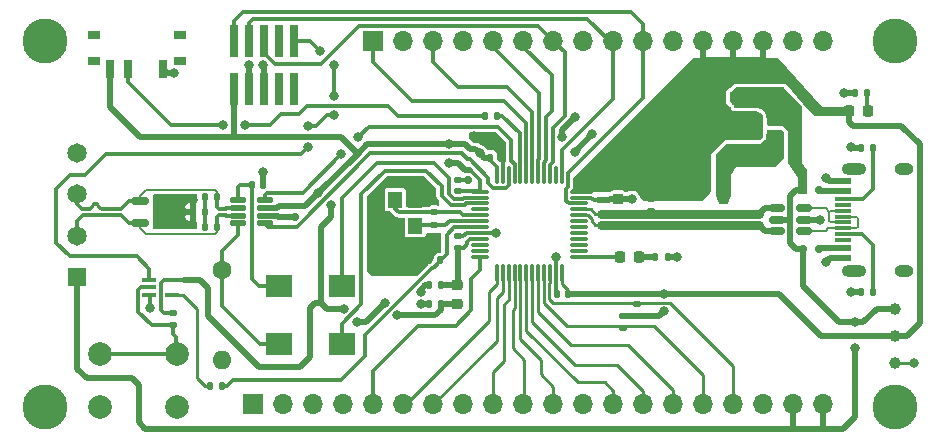
<source format=gbr>
%TF.GenerationSoftware,KiCad,Pcbnew,7.0.5-0*%
%TF.CreationDate,2024-02-18T02:25:47-06:00*%
%TF.ProjectId,STM32_BluePill,53544d33-325f-4426-9c75-6550696c6c2e,1*%
%TF.SameCoordinates,Original*%
%TF.FileFunction,Copper,L1,Top*%
%TF.FilePolarity,Positive*%
%FSLAX46Y46*%
G04 Gerber Fmt 4.6, Leading zero omitted, Abs format (unit mm)*
G04 Created by KiCad (PCBNEW 7.0.5-0) date 2024-02-18 02:25:47*
%MOMM*%
%LPD*%
G01*
G04 APERTURE LIST*
G04 Aperture macros list*
%AMRoundRect*
0 Rectangle with rounded corners*
0 $1 Rounding radius*
0 $2 $3 $4 $5 $6 $7 $8 $9 X,Y pos of 4 corners*
0 Add a 4 corners polygon primitive as box body*
4,1,4,$2,$3,$4,$5,$6,$7,$8,$9,$2,$3,0*
0 Add four circle primitives for the rounded corners*
1,1,$1+$1,$2,$3*
1,1,$1+$1,$4,$5*
1,1,$1+$1,$6,$7*
1,1,$1+$1,$8,$9*
0 Add four rect primitives between the rounded corners*
20,1,$1+$1,$2,$3,$4,$5,0*
20,1,$1+$1,$4,$5,$6,$7,0*
20,1,$1+$1,$6,$7,$8,$9,0*
20,1,$1+$1,$8,$9,$2,$3,0*%
G04 Aperture macros list end*
%TA.AperFunction,SMDPad,CuDef*%
%ADD10RoundRect,0.140000X0.140000X0.170000X-0.140000X0.170000X-0.140000X-0.170000X0.140000X-0.170000X0*%
%TD*%
%TA.AperFunction,SMDPad,CuDef*%
%ADD11RoundRect,0.135000X0.135000X0.185000X-0.135000X0.185000X-0.135000X-0.185000X0.135000X-0.185000X0*%
%TD*%
%TA.AperFunction,SMDPad,CuDef*%
%ADD12RoundRect,0.135000X0.185000X-0.135000X0.185000X0.135000X-0.185000X0.135000X-0.185000X-0.135000X0*%
%TD*%
%TA.AperFunction,SMDPad,CuDef*%
%ADD13RoundRect,0.140000X-0.140000X-0.170000X0.140000X-0.170000X0.140000X0.170000X-0.140000X0.170000X0*%
%TD*%
%TA.AperFunction,ComponentPad*%
%ADD14C,3.800000*%
%TD*%
%TA.AperFunction,SMDPad,CuDef*%
%ADD15RoundRect,0.135000X-0.135000X-0.185000X0.135000X-0.185000X0.135000X0.185000X-0.135000X0.185000X0*%
%TD*%
%TA.AperFunction,SMDPad,CuDef*%
%ADD16R,1.000000X0.800000*%
%TD*%
%TA.AperFunction,SMDPad,CuDef*%
%ADD17R,0.700000X1.500000*%
%TD*%
%TA.AperFunction,SMDPad,CuDef*%
%ADD18R,2.310000X1.910000*%
%TD*%
%TA.AperFunction,SMDPad,CuDef*%
%ADD19RoundRect,0.140000X-0.170000X0.140000X-0.170000X-0.140000X0.170000X-0.140000X0.170000X0.140000X0*%
%TD*%
%TA.AperFunction,SMDPad,CuDef*%
%ADD20R,1.450000X0.600000*%
%TD*%
%TA.AperFunction,SMDPad,CuDef*%
%ADD21R,1.450000X0.300000*%
%TD*%
%TA.AperFunction,ComponentPad*%
%ADD22O,2.100000X1.000000*%
%TD*%
%TA.AperFunction,ComponentPad*%
%ADD23O,1.600000X1.000000*%
%TD*%
%TA.AperFunction,ComponentPad*%
%ADD24R,1.700000X1.700000*%
%TD*%
%TA.AperFunction,ComponentPad*%
%ADD25O,1.700000X1.700000*%
%TD*%
%TA.AperFunction,SMDPad,CuDef*%
%ADD26RoundRect,0.135000X-0.185000X0.135000X-0.185000X-0.135000X0.185000X-0.135000X0.185000X0.135000X0*%
%TD*%
%TA.AperFunction,SMDPad,CuDef*%
%ADD27RoundRect,0.150000X0.512500X0.150000X-0.512500X0.150000X-0.512500X-0.150000X0.512500X-0.150000X0*%
%TD*%
%TA.AperFunction,SMDPad,CuDef*%
%ADD28RoundRect,0.218750X0.218750X0.256250X-0.218750X0.256250X-0.218750X-0.256250X0.218750X-0.256250X0*%
%TD*%
%TA.AperFunction,ComponentPad*%
%ADD29C,1.600000*%
%TD*%
%TA.AperFunction,ComponentPad*%
%ADD30O,1.600000X1.600000*%
%TD*%
%TA.AperFunction,SMDPad,CuDef*%
%ADD31R,1.200000X1.400000*%
%TD*%
%TA.AperFunction,SMDPad,CuDef*%
%ADD32R,2.000000X1.500000*%
%TD*%
%TA.AperFunction,SMDPad,CuDef*%
%ADD33R,2.000000X3.800000*%
%TD*%
%TA.AperFunction,SMDPad,CuDef*%
%ADD34RoundRect,0.075000X-0.662500X-0.075000X0.662500X-0.075000X0.662500X0.075000X-0.662500X0.075000X0*%
%TD*%
%TA.AperFunction,SMDPad,CuDef*%
%ADD35RoundRect,0.075000X-0.075000X-0.662500X0.075000X-0.662500X0.075000X0.662500X-0.075000X0.662500X0*%
%TD*%
%TA.AperFunction,SMDPad,CuDef*%
%ADD36RoundRect,0.150000X-0.587500X-0.150000X0.587500X-0.150000X0.587500X0.150000X-0.587500X0.150000X0*%
%TD*%
%TA.AperFunction,SMDPad,CuDef*%
%ADD37C,1.000000*%
%TD*%
%TA.AperFunction,SMDPad,CuDef*%
%ADD38RoundRect,0.250000X-0.475000X0.250000X-0.475000X-0.250000X0.475000X-0.250000X0.475000X0.250000X0*%
%TD*%
%TA.AperFunction,SMDPad,CuDef*%
%ADD39RoundRect,0.225000X-0.250000X0.225000X-0.250000X-0.225000X0.250000X-0.225000X0.250000X0.225000X0*%
%TD*%
%TA.AperFunction,SMDPad,CuDef*%
%ADD40RoundRect,0.140000X0.170000X-0.140000X0.170000X0.140000X-0.170000X0.140000X-0.170000X-0.140000X0*%
%TD*%
%TA.AperFunction,SMDPad,CuDef*%
%ADD41RoundRect,0.150000X0.150000X0.200000X-0.150000X0.200000X-0.150000X-0.200000X0.150000X-0.200000X0*%
%TD*%
%TA.AperFunction,SMDPad,CuDef*%
%ADD42R,0.740000X2.790000*%
%TD*%
%TA.AperFunction,SMDPad,CuDef*%
%ADD43RoundRect,0.250000X-0.250000X-0.475000X0.250000X-0.475000X0.250000X0.475000X-0.250000X0.475000X0*%
%TD*%
%TA.AperFunction,SMDPad,CuDef*%
%ADD44R,1.168400X0.355600*%
%TD*%
%TA.AperFunction,SMDPad,CuDef*%
%ADD45RoundRect,0.125000X0.537500X0.125000X-0.537500X0.125000X-0.537500X-0.125000X0.537500X-0.125000X0*%
%TD*%
%TA.AperFunction,ComponentPad*%
%ADD46R,1.650000X1.650000*%
%TD*%
%TA.AperFunction,ComponentPad*%
%ADD47C,1.650000*%
%TD*%
%TA.AperFunction,SMDPad,CuDef*%
%ADD48RoundRect,0.218750X-0.256250X0.218750X-0.256250X-0.218750X0.256250X-0.218750X0.256250X0.218750X0*%
%TD*%
%TA.AperFunction,ComponentPad*%
%ADD49C,2.000000*%
%TD*%
%TA.AperFunction,ViaPad*%
%ADD50C,0.800000*%
%TD*%
%TA.AperFunction,ViaPad*%
%ADD51C,0.700000*%
%TD*%
%TA.AperFunction,Conductor*%
%ADD52C,0.300000*%
%TD*%
%TA.AperFunction,Conductor*%
%ADD53C,0.500000*%
%TD*%
%TA.AperFunction,Conductor*%
%ADD54C,0.200000*%
%TD*%
%TA.AperFunction,Conductor*%
%ADD55C,0.250000*%
%TD*%
%TA.AperFunction,Conductor*%
%ADD56C,0.770000*%
%TD*%
G04 APERTURE END LIST*
D10*
%TO.P,C8,1*%
%TO.N,+3.3V*%
X138691600Y-104804300D03*
%TO.P,C8,2*%
%TO.N,GND*%
X137731600Y-104804300D03*
%TD*%
D11*
%TO.P,R11,1*%
%TO.N,GND*%
X157908000Y-100791500D03*
%TO.P,R11,2*%
%TO.N,/USR_LED_C*%
X156888000Y-100791500D03*
%TD*%
D12*
%TO.P,R12,1*%
%TO.N,/USR_nRST*%
X116050000Y-106620000D03*
%TO.P,R12,2*%
%TO.N,+3.3V*%
X116050000Y-105600000D03*
%TD*%
D13*
%TO.P,C5,1*%
%TO.N,+3.3V*%
X142920000Y-92400000D03*
%TO.P,C5,2*%
%TO.N,GND*%
X143880000Y-92400000D03*
%TD*%
D14*
%TO.P,H1,1,1*%
%TO.N,GND*%
X105198000Y-113491500D03*
%TD*%
D15*
%TO.P,R7,1*%
%TO.N,/SPLIT_NODE*%
X118736000Y-95726500D03*
%TO.P,R7,2*%
%TO.N,/CAN_-*%
X119756000Y-95726500D03*
%TD*%
D16*
%TO.P,SW1,*%
%TO.N,*%
X116623000Y-84226500D03*
X116623000Y-82016500D03*
X109323000Y-84226500D03*
X109323000Y-82016500D03*
D17*
%TO.P,SW1,1,A*%
%TO.N,GND*%
X115223000Y-84876500D03*
%TO.P,SW1,2,B*%
%TO.N,/SW_BOOT0*%
X112223000Y-84876500D03*
%TO.P,SW1,3,C*%
%TO.N,+3.3V*%
X110723000Y-84876500D03*
%TD*%
D18*
%TO.P,J2,1*%
%TO.N,/CAN_RS*%
X130308000Y-108191500D03*
%TO.P,J2,2*%
%TO.N,/RS*%
X124998000Y-108191500D03*
%TD*%
D19*
%TO.P,C15,1*%
%TO.N,+3.3V*%
X125448000Y-96516500D03*
%TO.P,C15,2*%
%TO.N,GND*%
X125448000Y-97476500D03*
%TD*%
D20*
%TO.P,J1,A1,GND*%
%TO.N,GND*%
X172800000Y-100900000D03*
%TO.P,J1,A4,VBUS*%
%TO.N,/VBUS*%
X172800000Y-100100000D03*
D21*
%TO.P,J1,A5,CC1*%
%TO.N,/USB_CC1*%
X172800000Y-98900000D03*
%TO.P,J1,A6,D+*%
%TO.N,/USB_D+*%
X172800000Y-97900000D03*
%TO.P,J1,A7,D-*%
%TO.N,/USB_D-*%
X172800000Y-97400000D03*
%TO.P,J1,A8,SBU1*%
%TO.N,unconnected-(J1-SBU1-PadA8)*%
X172800000Y-96400000D03*
D20*
%TO.P,J1,A9,VBUS*%
%TO.N,/VBUS*%
X172800000Y-95200000D03*
%TO.P,J1,A12,GND*%
%TO.N,GND*%
X172800000Y-94400000D03*
%TO.P,J1,B1,GND*%
X172800000Y-94400000D03*
%TO.P,J1,B4,VBUS*%
%TO.N,/VBUS*%
X172800000Y-95200000D03*
D21*
%TO.P,J1,B5,CC2*%
%TO.N,/USB_CC2*%
X172800000Y-95900000D03*
%TO.P,J1,B6,D+*%
%TO.N,/USB_D+*%
X172800000Y-96900000D03*
%TO.P,J1,B7,D-*%
%TO.N,/USB_D-*%
X172800000Y-98400000D03*
%TO.P,J1,B8,SBU2*%
%TO.N,unconnected-(J1-SBU2-PadB8)*%
X172800000Y-99400000D03*
D20*
%TO.P,J1,B9,VBUS*%
%TO.N,/VBUS*%
X172800000Y-100100000D03*
%TO.P,J1,B12,GND*%
%TO.N,GND*%
X172800000Y-100900000D03*
D22*
%TO.P,J1,S1,SHIELD*%
X173715000Y-101970000D03*
D23*
X177895000Y-101970000D03*
D22*
X173715000Y-93330000D03*
D23*
X177895000Y-93330000D03*
%TD*%
D19*
%TO.P,C11,1*%
%TO.N,/HSE_OUT*%
X138146400Y-98149500D03*
%TO.P,C11,2*%
%TO.N,GND*%
X138146400Y-99109500D03*
%TD*%
D11*
%TO.P,R5,1*%
%TO.N,/PWR_LED_C*%
X174808000Y-86967500D03*
%TO.P,R5,2*%
%TO.N,GND*%
X173788000Y-86967500D03*
%TD*%
D24*
%TO.P,J5,1,Pin_1*%
%TO.N,GND*%
X122842000Y-113277500D03*
D25*
%TO.P,J5,2,Pin_2*%
X125382000Y-113277500D03*
%TO.P,J5,3,Pin_3*%
X127922000Y-113277500D03*
%TO.P,J5,4,Pin_4*%
X130462000Y-113277500D03*
%TO.P,J5,5,Pin_5*%
%TO.N,/PA2*%
X133002000Y-113277500D03*
%TO.P,J5,6,Pin_6*%
%TO.N,/PA3*%
X135542000Y-113277500D03*
%TO.P,J5,7,Pin_7*%
%TO.N,/PA4*%
X138082000Y-113277500D03*
%TO.P,J5,8,Pin_8*%
%TO.N,GND*%
X140622000Y-113277500D03*
%TO.P,J5,9,Pin_9*%
%TO.N,/PA5*%
X143162000Y-113277500D03*
%TO.P,J5,10,Pin_10*%
%TO.N,/PA6*%
X145702000Y-113277500D03*
%TO.P,J5,11,Pin_11*%
%TO.N,/PA7*%
X148242000Y-113277500D03*
%TO.P,J5,12,Pin_12*%
%TO.N,GND*%
X150782000Y-113277500D03*
%TO.P,J5,13,Pin_13*%
%TO.N,/PB0*%
X153322000Y-113277500D03*
%TO.P,J5,14,Pin_14*%
%TO.N,/PB1*%
X155862000Y-113277500D03*
%TO.P,J5,15,Pin_15*%
%TO.N,/PB2*%
X158402000Y-113277500D03*
%TO.P,J5,16,Pin_16*%
%TO.N,/PB10*%
X160942000Y-113277500D03*
%TO.P,J5,17,Pin_17*%
%TO.N,/PB11*%
X163482000Y-113277500D03*
%TO.P,J5,18,Pin_18*%
%TO.N,GND*%
X166022000Y-113277500D03*
%TO.P,J5,19,Pin_19*%
%TO.N,+5V*%
X168562000Y-113277500D03*
%TO.P,J5,20,Pin_20*%
X171102000Y-113277500D03*
%TD*%
D26*
%TO.P,R2,1*%
%TO.N,+3.3V*%
X156498000Y-95890000D03*
%TO.P,R2,2*%
%TO.N,/USB_P_D+*%
X156498000Y-96910000D03*
%TD*%
D10*
%TO.P,C3,1*%
%TO.N,+3.3V*%
X149478000Y-103991500D03*
%TO.P,C3,2*%
%TO.N,GND*%
X148518000Y-103991500D03*
%TD*%
D27*
%TO.P,U2,1,I/O1*%
%TO.N,/USB_D-*%
X169432500Y-98600000D03*
%TO.P,U2,2,GND*%
%TO.N,GND*%
X169432500Y-97650000D03*
%TO.P,U2,3,I/O1*%
%TO.N,/USB_D+*%
X169432500Y-96700000D03*
%TO.P,U2,4,I/O2*%
%TO.N,/USB_P_D+*%
X167157500Y-96700000D03*
%TO.P,U2,5,VBUS*%
%TO.N,+5V*%
X167157500Y-97650000D03*
%TO.P,U2,6,I/O2*%
%TO.N,/USB_P_D-*%
X167157500Y-98600000D03*
%TD*%
D14*
%TO.P,H2,1,1*%
%TO.N,GND*%
X105198000Y-82491500D03*
%TD*%
D28*
%TO.P,D1,1,K*%
%TO.N,/PWR_LED_C*%
X174885500Y-88491500D03*
%TO.P,D1,2,A*%
%TO.N,+3.3V*%
X173310500Y-88491500D03*
%TD*%
%TO.P,D2,1,K*%
%TO.N,/USR_LED_C*%
X155485500Y-100791500D03*
%TO.P,D2,2,A*%
%TO.N,/PB12*%
X153910500Y-100791500D03*
%TD*%
D29*
%TO.P,R10,1*%
%TO.N,/RS*%
X120198000Y-101931500D03*
D30*
%TO.P,R10,2*%
%TO.N,GND*%
X120198000Y-109551500D03*
%TD*%
D31*
%TO.P,Y1,1,1*%
%TO.N,/HSE_IN*%
X134858000Y-95954700D03*
%TO.P,Y1,2,2*%
%TO.N,GND*%
X134858000Y-98154700D03*
%TO.P,Y1,3,3*%
%TO.N,/HSE_OUT*%
X136558000Y-98154700D03*
%TO.P,Y1,4,4*%
%TO.N,GND*%
X136558000Y-95954700D03*
%TD*%
D12*
%TO.P,R8,1*%
%TO.N,/PB10*%
X154162299Y-106825500D03*
%TO.P,R8,2*%
%TO.N,+3.3V*%
X154162299Y-105805500D03*
%TD*%
D32*
%TO.P,U3,1,GND*%
%TO.N,GND*%
X164598000Y-92041500D03*
%TO.P,U3,2,VO*%
%TO.N,+3.3V*%
X164598000Y-89741500D03*
D33*
X158298000Y-89741500D03*
D32*
%TO.P,U3,3,VI*%
%TO.N,+5V*%
X164598000Y-87441500D03*
%TD*%
D34*
%TO.P,U1,1,VBAT*%
%TO.N,+3.3V*%
X142047500Y-95287500D03*
%TO.P,U1,2,PC13*%
%TO.N,/CAN_SHDN*%
X142047500Y-95787500D03*
%TO.P,U1,3,PC14*%
%TO.N,/CAN_RS*%
X142047500Y-96287500D03*
%TO.P,U1,4,PC15*%
%TO.N,unconnected-(U1-PC15-Pad4)*%
X142047500Y-96787500D03*
%TO.P,U1,5,PD0*%
%TO.N,/HSE_IN*%
X142047500Y-97287500D03*
%TO.P,U1,6,PD1*%
%TO.N,/HSE_OUT*%
X142047500Y-97787500D03*
%TO.P,U1,7,NRST*%
%TO.N,/NRST*%
X142047500Y-98287500D03*
%TO.P,U1,8,VSSA*%
%TO.N,GND*%
X142047500Y-98787500D03*
%TO.P,U1,9,VDDA*%
%TO.N,+3.3VA*%
X142047500Y-99287500D03*
%TO.P,U1,10,PA0*%
%TO.N,unconnected-(U1-PA0-Pad10)*%
X142047500Y-99787500D03*
%TO.P,U1,11,PA1*%
%TO.N,unconnected-(U1-PA1-Pad11)*%
X142047500Y-100287500D03*
%TO.P,U1,12,PA2*%
%TO.N,/PA2*%
X142047500Y-100787500D03*
D35*
%TO.P,U1,13,PA3*%
%TO.N,/PA3*%
X143460000Y-102200000D03*
%TO.P,U1,14,PA4*%
%TO.N,/PA4*%
X143960000Y-102200000D03*
%TO.P,U1,15,PA5*%
%TO.N,/PA5*%
X144460000Y-102200000D03*
%TO.P,U1,16,PA6*%
%TO.N,/PA6*%
X144960000Y-102200000D03*
%TO.P,U1,17,PA7*%
%TO.N,/PA7*%
X145460000Y-102200000D03*
%TO.P,U1,18,PB0*%
%TO.N,/PB0*%
X145960000Y-102200000D03*
%TO.P,U1,19,PB1*%
%TO.N,/PB1*%
X146460000Y-102200000D03*
%TO.P,U1,20,PB2*%
%TO.N,/PB2*%
X146960000Y-102200000D03*
%TO.P,U1,21,PB10*%
%TO.N,/PB10*%
X147460000Y-102200000D03*
%TO.P,U1,22,PB11*%
%TO.N,/PB11*%
X147960000Y-102200000D03*
%TO.P,U1,23,VSS*%
%TO.N,GND*%
X148460000Y-102200000D03*
%TO.P,U1,24,VDD*%
%TO.N,+3.3V*%
X148960000Y-102200000D03*
D34*
%TO.P,U1,25,PB12*%
%TO.N,/PB12*%
X150372500Y-100787500D03*
%TO.P,U1,26,PB13*%
%TO.N,unconnected-(U1-PB13-Pad26)*%
X150372500Y-100287500D03*
%TO.P,U1,27,PB14*%
%TO.N,unconnected-(U1-PB14-Pad27)*%
X150372500Y-99787500D03*
%TO.P,U1,28,PB15*%
%TO.N,unconnected-(U1-PB15-Pad28)*%
X150372500Y-99287500D03*
%TO.P,U1,29,PA8*%
%TO.N,unconnected-(U1-PA8-Pad29)*%
X150372500Y-98787500D03*
%TO.P,U1,30,PA9*%
%TO.N,unconnected-(U1-PA9-Pad30)*%
X150372500Y-98287500D03*
%TO.P,U1,31,PA10*%
%TO.N,unconnected-(U1-PA10-Pad31)*%
X150372500Y-97787500D03*
%TO.P,U1,32,PA11*%
%TO.N,/USB_P_D-*%
X150372500Y-97287500D03*
%TO.P,U1,33,PA12*%
%TO.N,/USB_P_D+*%
X150372500Y-96787500D03*
%TO.P,U1,34,PA13*%
%TO.N,/SWDIO*%
X150372500Y-96287500D03*
%TO.P,U1,35,VSS*%
%TO.N,GND*%
X150372500Y-95787500D03*
%TO.P,U1,36,VDD*%
%TO.N,+3.3V*%
X150372500Y-95287500D03*
D35*
%TO.P,U1,37,PA14*%
%TO.N,/SWCLK*%
X148960000Y-93875000D03*
%TO.P,U1,38,PA15*%
%TO.N,unconnected-(U1-PA15-Pad38)*%
X148460000Y-93875000D03*
%TO.P,U1,39,PB3*%
%TO.N,/SWO*%
X147960000Y-93875000D03*
%TO.P,U1,40,PB4*%
%TO.N,/PB4*%
X147460000Y-93875000D03*
%TO.P,U1,41,PB5*%
%TO.N,/PB5*%
X146960000Y-93875000D03*
%TO.P,U1,42,PB6*%
%TO.N,/PB6*%
X146460000Y-93875000D03*
%TO.P,U1,43,PB7*%
%TO.N,/PB7*%
X145960000Y-93875000D03*
%TO.P,U1,44,BOOT0*%
%TO.N,/BOOT0*%
X145460000Y-93875000D03*
%TO.P,U1,45,PB8*%
%TO.N,/CAN_RX*%
X144960000Y-93875000D03*
%TO.P,U1,46,PB9*%
%TO.N,/CAN_TX*%
X144460000Y-93875000D03*
%TO.P,U1,47,VSS*%
%TO.N,GND*%
X143960000Y-93875000D03*
%TO.P,U1,48,VDD*%
%TO.N,+3.3V*%
X143460000Y-93875000D03*
%TD*%
D11*
%TO.P,R3,1*%
%TO.N,/USB_CC2*%
X175323000Y-91554000D03*
%TO.P,R3,2*%
%TO.N,GND*%
X174303000Y-91554000D03*
%TD*%
D26*
%TO.P,R9,1*%
%TO.N,/PB11*%
X155362299Y-104815500D03*
%TO.P,R9,2*%
%TO.N,+3.3V*%
X155362299Y-105835500D03*
%TD*%
D15*
%TO.P,R0,1*%
%TO.N,/MCU_nRST*%
X119140000Y-111750000D03*
%TO.P,R0,2*%
%TO.N,/NRST*%
X120160000Y-111750000D03*
%TD*%
D11*
%TO.P,R4,1*%
%TO.N,/USB_CC1*%
X175295000Y-103746000D03*
%TO.P,R4,2*%
%TO.N,GND*%
X174275000Y-103746000D03*
%TD*%
D13*
%TO.P,C14,1*%
%TO.N,/SHDN*%
X122713000Y-94716500D03*
%TO.P,C14,2*%
%TO.N,GND*%
X123673000Y-94716500D03*
%TD*%
D14*
%TO.P,H4,1,1*%
%TO.N,GND*%
X177198000Y-113491500D03*
%TD*%
D36*
%TO.P,D5,1,K*%
%TO.N,/CAN_-*%
X113260500Y-96041500D03*
%TO.P,D5,2,K*%
%TO.N,/CAN_+*%
X113260500Y-97941500D03*
%TO.P,D5,3,A*%
%TO.N,GND*%
X115135500Y-96991500D03*
%TD*%
D37*
%TO.P,TP2,1,1*%
%TO.N,+3.3V*%
X177198000Y-107491500D03*
%TD*%
D10*
%TO.P,C9,1*%
%TO.N,/NRST*%
X138680000Y-101100000D03*
%TO.P,C9,2*%
%TO.N,GND*%
X137720000Y-101100000D03*
%TD*%
D38*
%TO.P,C12,1*%
%TO.N,+5V*%
X167036000Y-88791500D03*
%TO.P,C12,2*%
%TO.N,GND*%
X167036000Y-90691500D03*
%TD*%
D39*
%TO.P,C1,1*%
%TO.N,+3.3V*%
X153698000Y-94366500D03*
%TO.P,C1,2*%
%TO.N,GND*%
X153698000Y-95916500D03*
%TD*%
D40*
%TO.P,C6,1*%
%TO.N,+3.3VA*%
X140198000Y-100041500D03*
%TO.P,C6,2*%
%TO.N,GND*%
X140198000Y-99081500D03*
%TD*%
D41*
%TO.P,D4,1,K*%
%TO.N,+5V*%
X169370000Y-95150000D03*
%TO.P,D4,2,A*%
%TO.N,/VBUS*%
X170770000Y-95150000D03*
%TD*%
D10*
%TO.P,C16,1*%
%TO.N,/SPLIT_NODE*%
X118728000Y-96996500D03*
%TO.P,C16,2*%
%TO.N,GND*%
X117768000Y-96996500D03*
%TD*%
D15*
%TO.P,R1,1*%
%TO.N,/SW_BOOT0*%
X142488000Y-88850000D03*
%TO.P,R1,2*%
%TO.N,/BOOT0*%
X143508000Y-88850000D03*
%TD*%
D42*
%TO.P,J7,1*%
%TO.N,+3.3V*%
X121210000Y-86585000D03*
%TO.P,J7,2*%
%TO.N,/SWDIO*%
X121210000Y-82515000D03*
%TO.P,J7,3*%
%TO.N,GND*%
X122480000Y-86585000D03*
%TO.P,J7,4*%
%TO.N,/SWCLK*%
X122480000Y-82515000D03*
%TO.P,J7,5*%
%TO.N,GND*%
X123750000Y-86585000D03*
%TO.P,J7,6*%
%TO.N,/SWO*%
X123750000Y-82515000D03*
%TO.P,J7,7*%
%TO.N,unconnected-(J7-Pad7)*%
X125020000Y-86585000D03*
%TO.P,J7,8*%
%TO.N,unconnected-(J7-Pad8)*%
X125020000Y-82515000D03*
%TO.P,J7,9*%
%TO.N,unconnected-(J7-Pad9)*%
X126290000Y-86585000D03*
%TO.P,J7,10*%
%TO.N,/DB_nRST*%
X126290000Y-82515000D03*
%TD*%
D43*
%TO.P,C13,1*%
%TO.N,+3.3V*%
X160752000Y-94567500D03*
%TO.P,C13,2*%
%TO.N,GND*%
X162652000Y-94567500D03*
%TD*%
D44*
%TO.P,U5,1*%
%TO.N,/DB_nRST*%
X114034800Y-102739600D03*
%TO.P,U5,2*%
%TO.N,/USR_nRST*%
X114034800Y-103400000D03*
%TO.P,U5,3,GND*%
%TO.N,GND*%
X114034800Y-104060400D03*
%TO.P,U5,4*%
%TO.N,/MCU_nRST*%
X115965200Y-104060400D03*
%TO.P,U5,5,VCC*%
%TO.N,+3.3V*%
X115965200Y-102739600D03*
%TD*%
D19*
%TO.P,C2,1*%
%TO.N,+3.3V*%
X152198000Y-95017500D03*
%TO.P,C2,2*%
%TO.N,GND*%
X152198000Y-95977500D03*
%TD*%
D45*
%TO.P,U4,1,TXD*%
%TO.N,/CAN_TX*%
X123835500Y-97966500D03*
%TO.P,U4,2,GND*%
%TO.N,GND*%
X123835500Y-97316500D03*
%TO.P,U4,3,VDD*%
%TO.N,+3.3V*%
X123835500Y-96666500D03*
%TO.P,U4,4,RXD*%
%TO.N,/CAN_RX*%
X123835500Y-96016500D03*
%TO.P,U4,5,SHDN*%
%TO.N,/SHDN*%
X121560500Y-96016500D03*
%TO.P,U4,6,CANL*%
%TO.N,/CAN_-*%
X121560500Y-96666500D03*
%TO.P,U4,7,CANH*%
%TO.N,/CAN_+*%
X121560500Y-97316500D03*
%TO.P,U4,8,RS*%
%TO.N,/RS*%
X121560500Y-97966500D03*
%TD*%
D18*
%TO.P,J3,1*%
%TO.N,/CAN_SHDN*%
X130353000Y-103241500D03*
%TO.P,J3,2*%
%TO.N,/SHDN*%
X125043000Y-103241500D03*
%TD*%
D40*
%TO.P,C4,1*%
%TO.N,+3.3V*%
X140198000Y-95266300D03*
%TO.P,C4,2*%
%TO.N,GND*%
X140198000Y-94306300D03*
%TD*%
D10*
%TO.P,C7,1*%
%TO.N,+3.3VA*%
X138691600Y-103229500D03*
%TO.P,C7,2*%
%TO.N,GND*%
X137731600Y-103229500D03*
%TD*%
D46*
%TO.P,J4,1,1*%
%TO.N,+5V*%
X107936000Y-102525500D03*
D47*
%TO.P,J4,2,2*%
%TO.N,/CAN_+*%
X107936000Y-99025500D03*
%TO.P,J4,3,3*%
%TO.N,/CAN_-*%
X107936000Y-95525500D03*
%TO.P,J4,4,4*%
%TO.N,GND*%
X107936000Y-92025500D03*
%TD*%
D41*
%TO.P,D3,1,K*%
%TO.N,+5V*%
X169370000Y-100150000D03*
%TO.P,D3,2,A*%
%TO.N,/VBUS*%
X170770000Y-100150000D03*
%TD*%
D24*
%TO.P,J6,1,Pin_1*%
%TO.N,/PB7*%
X133000000Y-82550000D03*
D25*
%TO.P,J6,2,Pin_2*%
%TO.N,GND*%
X135540000Y-82550000D03*
%TO.P,J6,3,Pin_3*%
%TO.N,/PB6*%
X138080000Y-82550000D03*
%TO.P,J6,4,Pin_4*%
%TO.N,GND*%
X140620000Y-82550000D03*
%TO.P,J6,5,Pin_5*%
%TO.N,/PB5*%
X143160000Y-82550000D03*
%TO.P,J6,6,Pin_6*%
%TO.N,/PB4*%
X145700000Y-82550000D03*
%TO.P,J6,7,Pin_7*%
%TO.N,/SWO*%
X148240000Y-82550000D03*
%TO.P,J6,8,Pin_8*%
%TO.N,GND*%
X150780000Y-82550000D03*
%TO.P,J6,9,Pin_9*%
%TO.N,/SWCLK*%
X153320000Y-82550000D03*
%TO.P,J6,10,Pin_10*%
%TO.N,/SWDIO*%
X155860000Y-82550000D03*
%TO.P,J6,11,Pin_11*%
%TO.N,GND*%
X158400000Y-82550000D03*
%TO.P,J6,12,Pin_12*%
%TO.N,+3.3V*%
X160940000Y-82550000D03*
%TO.P,J6,13,Pin_13*%
X163480000Y-82550000D03*
%TO.P,J6,14,Pin_14*%
X166020000Y-82550000D03*
%TO.P,J6,15,Pin_15*%
%TO.N,GND*%
X168560000Y-82550000D03*
%TO.P,J6,16,Pin_16*%
X171100000Y-82550000D03*
%TD*%
D48*
%TO.P,FB1,1*%
%TO.N,+3.3VA*%
X140114000Y-103204000D03*
%TO.P,FB1,2*%
%TO.N,+3.3V*%
X140114000Y-104779000D03*
%TD*%
D37*
%TO.P,TP3,1,1*%
%TO.N,+5V*%
X177198000Y-105191500D03*
%TD*%
D14*
%TO.P,H3,1,1*%
%TO.N,GND*%
X177198000Y-82491500D03*
%TD*%
D49*
%TO.P,SW2,1,1*%
%TO.N,GND*%
X116350001Y-113500000D03*
X109850001Y-113500000D03*
%TO.P,SW2,2,2*%
%TO.N,/USR_nRST*%
X116350001Y-109000000D03*
X109850001Y-109000000D03*
%TD*%
D11*
%TO.P,R6,1*%
%TO.N,/CAN_+*%
X119756000Y-98266500D03*
%TO.P,R6,2*%
%TO.N,/SPLIT_NODE*%
X118736000Y-98266500D03*
%TD*%
D37*
%TO.P,TP1,1,1*%
%TO.N,GND*%
X177198000Y-109791500D03*
%TD*%
D40*
%TO.P,C10,1*%
%TO.N,/HSE_IN*%
X138146400Y-97026700D03*
%TO.P,C10,2*%
%TO.N,GND*%
X138146400Y-96066700D03*
%TD*%
D50*
%TO.N,GND*%
X134498000Y-101541500D03*
X138298000Y-100041500D03*
X136998000Y-104791500D03*
X173470000Y-103746000D03*
X151540000Y-90420000D03*
D51*
X140998000Y-94341500D03*
D50*
X122480000Y-84580000D03*
X123640000Y-84560000D03*
X158700000Y-100791500D03*
X154898000Y-95916500D03*
X133298000Y-101541500D03*
X173470000Y-91550000D03*
X133298000Y-97941500D03*
X133298000Y-96141500D03*
D51*
X126338000Y-97471500D03*
D50*
X116448000Y-96091500D03*
X117748000Y-96000000D03*
X115148000Y-96091500D03*
X141511016Y-90563265D03*
X171320000Y-101250000D03*
X170820000Y-97650000D03*
X149005023Y-90685023D03*
X116848000Y-96991500D03*
X134498000Y-99741500D03*
X137027977Y-103771477D03*
X143700000Y-91500000D03*
X116096686Y-85225423D03*
X171320000Y-94150000D03*
X114050000Y-105100000D03*
X162698000Y-93241500D03*
X167098000Y-91741500D03*
X136798000Y-94441500D03*
X148460000Y-100841500D03*
X123673000Y-93591500D03*
X115148000Y-97891500D03*
X166198000Y-92641500D03*
X150100000Y-89000000D03*
X150044750Y-91894750D03*
X143398000Y-98787500D03*
X178798000Y-109791500D03*
X172878000Y-86967500D03*
X133298000Y-99741500D03*
X135498000Y-94441500D03*
X162648000Y-95841500D03*
X116448000Y-97891500D03*
X162998000Y-92041500D03*
X137898000Y-95141500D03*
%TO.N,/SW_BOOT0*%
X120300000Y-89650000D03*
X122100000Y-89650000D03*
%TO.N,/CAN_RX*%
X131700000Y-90700000D03*
X130300000Y-92100000D03*
%TO.N,+3.3V*%
X157635701Y-105416000D03*
X128347998Y-95391498D03*
X141998000Y-92041500D03*
X139398000Y-91241500D03*
X129407952Y-96451452D03*
X133968023Y-104711523D03*
X131577977Y-106321477D03*
X135027977Y-105771477D03*
X139398000Y-92841500D03*
X130498000Y-105241500D03*
X157635701Y-103941500D03*
X153498000Y-91491500D03*
%TO.N,+5V*%
X173748000Y-106341500D03*
X173748000Y-108541500D03*
%TO.N,/DB_nRST*%
X129650000Y-87200000D03*
X129650000Y-84550000D03*
X129650000Y-88800000D03*
X128500000Y-83400000D03*
X127500000Y-89750000D03*
X127500000Y-91499500D03*
%TD*%
D52*
%TO.N,/CAN_-*%
X119941500Y-96741500D02*
X119756000Y-96556000D01*
X120491749Y-96741500D02*
X119941500Y-96741500D01*
X120566749Y-96666500D02*
X120491749Y-96741500D01*
X119756000Y-96556000D02*
X119756000Y-95726500D01*
X121560500Y-96666500D02*
X120566749Y-96666500D01*
%TO.N,/USB_CC1*%
X172800000Y-98900000D02*
X174400000Y-98900000D01*
X174400000Y-98900000D02*
X175295000Y-99795000D01*
X175295000Y-99795000D02*
X175295000Y-103746000D01*
D53*
%TO.N,GND*%
X157908000Y-100791500D02*
X158700000Y-100791500D01*
D54*
%TO.N,/CAN_+*%
X119756000Y-98266500D02*
X119756000Y-98694000D01*
X119756000Y-98694000D02*
X119563500Y-98886500D01*
X119563500Y-98886500D02*
X113786500Y-98886500D01*
X113786500Y-98886500D02*
X113260500Y-98360500D01*
X113260500Y-98360500D02*
X113260500Y-97941500D01*
%TO.N,/CAN_-*%
X119756000Y-95726500D02*
X119756000Y-95306000D01*
X113260500Y-95639500D02*
X113260500Y-96041500D01*
X119756000Y-95306000D02*
X119556500Y-95106500D01*
X119556500Y-95106500D02*
X113793500Y-95106500D01*
X113793500Y-95106500D02*
X113260500Y-95639500D01*
D52*
%TO.N,/CAN_+*%
X121560500Y-97316500D02*
X120566749Y-97316500D01*
X120566749Y-97316500D02*
X120491749Y-97241500D01*
X120491749Y-97241500D02*
X119908500Y-97241500D01*
X119908500Y-97241500D02*
X119756000Y-97394000D01*
X119756000Y-97394000D02*
X119756000Y-98266500D01*
D53*
%TO.N,/USB_P_D-*%
X166163749Y-98600000D02*
X165674949Y-98111200D01*
X167157500Y-98600000D02*
X166163749Y-98600000D01*
%TO.N,/USB_P_D+*%
X167157500Y-96700000D02*
X166163749Y-96700000D01*
X166163749Y-96700000D02*
X165674949Y-97188800D01*
D52*
%TO.N,/CAN_-*%
X108974860Y-96769930D02*
G75*
G03*
X109182430Y-96562430I40J207530D01*
G01*
X108790000Y-96770000D02*
X108370000Y-96770000D01*
X109782441Y-96562429D02*
G75*
G03*
X109574860Y-96354859I-207541J29D01*
G01*
X109390000Y-96354830D02*
G75*
G03*
X109182430Y-96562429I0J-207570D01*
G01*
X109782400Y-96562430D02*
G75*
G03*
X109990000Y-96770000I207600J30D01*
G01*
X113260500Y-96041500D02*
X112338500Y-96041500D01*
X112338500Y-96041500D02*
X111610000Y-96770000D01*
X109782430Y-96562430D02*
X109782430Y-96562429D01*
X111610000Y-96770000D02*
X109990000Y-96770000D01*
X109574860Y-96354859D02*
X109390000Y-96354859D01*
X107936000Y-96336000D02*
X107936000Y-95525500D01*
X109182430Y-96562429D02*
X109182430Y-96562430D01*
X108974860Y-96770000D02*
X108790000Y-96770000D01*
X108370000Y-96770000D02*
X107936000Y-96336000D01*
%TO.N,/CAN_+*%
X113260500Y-97941500D02*
X112341500Y-97941500D01*
X112341500Y-97941500D02*
X111670000Y-97270000D01*
X111670000Y-97270000D02*
X108400000Y-97270000D01*
X108400000Y-97270000D02*
X107936000Y-97734000D01*
X107936000Y-97734000D02*
X107936000Y-99025500D01*
D55*
%TO.N,/USB_P_D+*%
X150372500Y-96787500D02*
X151397500Y-96787500D01*
X151397500Y-96787500D02*
X151790000Y-97180000D01*
X151790000Y-97180000D02*
X152310000Y-97180000D01*
%TO.N,/USB_P_D-*%
X151500000Y-97611815D02*
X151500000Y-97810000D01*
X151500000Y-97810000D02*
X151790000Y-98100000D01*
X151175685Y-97287500D02*
X151500000Y-97611815D01*
X151790000Y-98100000D02*
X152300000Y-98100000D01*
X150372500Y-97287500D02*
X151175685Y-97287500D01*
D56*
%TO.N,/USB_P_D+*%
X152310000Y-97180000D02*
X152662984Y-97180000D01*
X152671784Y-97188800D02*
X165674949Y-97188800D01*
X152662984Y-97180000D02*
X152671784Y-97188800D01*
%TO.N,/USB_P_D-*%
X165674949Y-98111200D02*
X152311200Y-98111200D01*
X152311200Y-98111200D02*
X152300000Y-98100000D01*
D54*
%TO.N,/USB_D+*%
X169432500Y-96700000D02*
X171315000Y-96700000D01*
X171315000Y-96700000D02*
X171620000Y-97005000D01*
%TO.N,/USB_D-*%
X171330000Y-98600000D02*
X171530000Y-98400000D01*
X169432500Y-98600000D02*
X171330000Y-98600000D01*
D53*
%TO.N,+5V*%
X173748000Y-106341500D02*
X172441500Y-106341500D01*
X172441500Y-106341500D02*
X169370000Y-103270000D01*
X169370000Y-103270000D02*
X169370000Y-103069500D01*
X169370000Y-100150000D02*
X169370000Y-103069500D01*
%TO.N,/VBUS*%
X172800000Y-95200000D02*
X170820000Y-95200000D01*
X172800000Y-100100000D02*
X170820000Y-100100000D01*
X170820000Y-100100000D02*
X170770000Y-100150000D01*
D52*
%TO.N,GND*%
X114050000Y-105100000D02*
X114050000Y-104075600D01*
D53*
X152962000Y-95977500D02*
X152198000Y-95977500D01*
X172800000Y-94400000D02*
X171570000Y-94400000D01*
X171320000Y-101250000D02*
X171670000Y-100900000D01*
X154898000Y-95916500D02*
X153698000Y-95916500D01*
D52*
X148460000Y-100841500D02*
X148460000Y-102200000D01*
X151469000Y-95787500D02*
X150372500Y-95787500D01*
X148460000Y-102200000D02*
X148460000Y-103933500D01*
D53*
X169432500Y-97650000D02*
X170820000Y-97650000D01*
X137410000Y-103229500D02*
X137731600Y-103229500D01*
X173474000Y-91554000D02*
X174303000Y-91554000D01*
X151519500Y-90420000D02*
X151540000Y-90420000D01*
X136998000Y-104791500D02*
X137010800Y-104804300D01*
X125448000Y-97476500D02*
X125033000Y-97476500D01*
D52*
X152198000Y-95977500D02*
X151659000Y-95977500D01*
X151659000Y-95977500D02*
X151469000Y-95787500D01*
D53*
X153023000Y-95916500D02*
X152962000Y-95977500D01*
X123640000Y-84560000D02*
X123750000Y-84670000D01*
X126338000Y-97471500D02*
X125453000Y-97471500D01*
D52*
X143960000Y-92480000D02*
X143880000Y-92400000D01*
X140198000Y-99081500D02*
X140608000Y-99081500D01*
D53*
X123750000Y-84670000D02*
X123750000Y-86585000D01*
D52*
X140608000Y-99081500D02*
X140902000Y-98787500D01*
D53*
X150044750Y-91894750D02*
X151519500Y-90420000D01*
X171670000Y-100900000D02*
X172800000Y-100900000D01*
D52*
X125453000Y-97471500D02*
X125448000Y-97476500D01*
X140902000Y-98787500D02*
X142047500Y-98787500D01*
D53*
X115571923Y-85225423D02*
X115223000Y-84876500D01*
D52*
X140962800Y-94306300D02*
X140198000Y-94306300D01*
D53*
X173470000Y-103746000D02*
X174275000Y-103746000D01*
X137027977Y-103611523D02*
X137410000Y-103229500D01*
X116096686Y-85225423D02*
X115571923Y-85225423D01*
X173788000Y-86967500D02*
X172878000Y-86967500D01*
X122480000Y-84580000D02*
X122480000Y-86585000D01*
X117763000Y-96991500D02*
X117768000Y-96996500D01*
D52*
X143398000Y-98787500D02*
X142047500Y-98787500D01*
D53*
X137010800Y-104804300D02*
X137731600Y-104804300D01*
X124873000Y-97316500D02*
X123835500Y-97316500D01*
D52*
X140998000Y-94341500D02*
X140962800Y-94306300D01*
D55*
X177198000Y-109791500D02*
X178798000Y-109791500D01*
D53*
X149005023Y-90094977D02*
X149005023Y-90685023D01*
X125033000Y-97476500D02*
X124873000Y-97316500D01*
X150100000Y-89000000D02*
X149005023Y-90094977D01*
X173470000Y-91550000D02*
X173474000Y-91554000D01*
D52*
X136558000Y-95954700D02*
X136558000Y-95481500D01*
D53*
X123673000Y-94716500D02*
X123673000Y-93591500D01*
D52*
X143960000Y-93875000D02*
X143960000Y-92480000D01*
D53*
X137027977Y-103771477D02*
X137027977Y-103611523D01*
D52*
X148460000Y-103933500D02*
X148518000Y-103991500D01*
D55*
X114050000Y-104075600D02*
X114034800Y-104060400D01*
D53*
X153698000Y-95916500D02*
X153023000Y-95916500D01*
D54*
%TO.N,/USB_D-*%
X173875000Y-97400000D02*
X174020000Y-97545000D01*
X174020000Y-98255000D02*
X173875000Y-98400000D01*
X173875000Y-98400000D02*
X172800000Y-98400000D01*
X172800000Y-98400000D02*
X171620000Y-98400000D01*
X171530000Y-98400000D02*
X172800000Y-98400000D01*
X174020000Y-97545000D02*
X174020000Y-98255000D01*
X172800000Y-97400000D02*
X173875000Y-97400000D01*
%TO.N,/USB_D+*%
X171620000Y-97005000D02*
X171620000Y-97795000D01*
X171725000Y-96900000D02*
X171620000Y-97005000D01*
X171725000Y-97900000D02*
X172800000Y-97900000D01*
X172800000Y-96900000D02*
X171725000Y-96900000D01*
X171620000Y-97795000D02*
X171725000Y-97900000D01*
D52*
%TO.N,/USB_CC2*%
X175323000Y-95047000D02*
X175323000Y-91554000D01*
X174470000Y-95900000D02*
X175323000Y-95047000D01*
X172800000Y-95900000D02*
X174470000Y-95900000D01*
%TO.N,/SW_BOOT0*%
X134241500Y-88000000D02*
X135091500Y-88850000D01*
X122100000Y-89650000D02*
X124290000Y-89650000D01*
X120300000Y-89650000D02*
X115906500Y-89650000D01*
X127410000Y-88000000D02*
X134241500Y-88000000D01*
X126690000Y-88720000D02*
X127410000Y-88000000D01*
X124290000Y-89650000D02*
X125220000Y-88720000D01*
X112223000Y-85966500D02*
X112223000Y-84876500D01*
X135091500Y-88850000D02*
X142488000Y-88850000D01*
X125220000Y-88720000D02*
X126690000Y-88720000D01*
X115906500Y-89650000D02*
X112223000Y-85966500D01*
%TO.N,/SWDIO*%
X155860000Y-81060000D02*
X154850000Y-80050000D01*
X121210000Y-80840000D02*
X121210000Y-82515000D01*
X149533959Y-96287500D02*
X150372500Y-96287500D01*
X155860000Y-82550000D02*
X155850000Y-82560000D01*
X155850000Y-87350161D02*
X149460000Y-93740161D01*
X122000000Y-80050000D02*
X121210000Y-80840000D01*
X155860000Y-82550000D02*
X155860000Y-81060000D01*
X149285000Y-96038541D02*
X149533959Y-96287500D01*
X149285000Y-95036459D02*
X149285000Y-96038541D01*
X154850000Y-80050000D02*
X122000000Y-80050000D01*
X149460000Y-93740161D02*
X149460000Y-94861459D01*
X155850000Y-82560000D02*
X155850000Y-87350161D01*
X149460000Y-94861459D02*
X149285000Y-95036459D01*
%TO.N,/SWCLK*%
X153320000Y-87430000D02*
X148960000Y-91790000D01*
X153010000Y-82550000D02*
X151110000Y-80650000D01*
X151110000Y-80650000D02*
X122800000Y-80650000D01*
X148960000Y-91790000D02*
X148960000Y-93875000D01*
X153320000Y-82550000D02*
X153320000Y-87430000D01*
X122800000Y-80650000D02*
X122480000Y-80970000D01*
X122480000Y-80970000D02*
X122480000Y-82515000D01*
X153320000Y-82550000D02*
X153010000Y-82550000D01*
%TO.N,/SPLIT_NODE*%
X118736000Y-98266500D02*
X118736000Y-97004500D01*
X118736000Y-95726500D02*
X118736000Y-96988500D01*
X118736000Y-97004500D02*
X118728000Y-96996500D01*
X118736000Y-96988500D02*
X118728000Y-96996500D01*
%TO.N,/SHDN*%
X122713000Y-94716500D02*
X122698000Y-94731500D01*
X121560500Y-94929000D02*
X121560500Y-96016500D01*
X123298000Y-103241500D02*
X125043000Y-103241500D01*
X122713000Y-94716500D02*
X121748000Y-94716500D01*
X121548000Y-94916500D02*
X121560500Y-94929000D01*
X122698000Y-94731500D02*
X122698000Y-102641500D01*
X122698000Y-102641500D02*
X123298000Y-103241500D01*
X121748000Y-94716500D02*
X121548000Y-94916500D01*
%TO.N,/RS*%
X120198000Y-104988000D02*
X123401500Y-108191500D01*
X120198000Y-101931500D02*
X120198000Y-100341500D01*
X123401500Y-108191500D02*
X124998000Y-108191500D01*
X121560500Y-98979000D02*
X121560500Y-97966500D01*
X120198000Y-100341500D02*
X121560500Y-98979000D01*
X120198000Y-101931500D02*
X120198000Y-104988000D01*
%TO.N,/PWR_LED_C*%
X174808000Y-86967500D02*
X174808000Y-88414000D01*
%TO.N,/PB7*%
X145960000Y-93875000D02*
X145960000Y-89510000D01*
X133002000Y-84345500D02*
X133002000Y-82543500D01*
X136306500Y-87650000D02*
X133002000Y-84345500D01*
X144100000Y-87650000D02*
X136306500Y-87650000D01*
X145960000Y-89510000D02*
X144100000Y-87650000D01*
%TO.N,/PB6*%
X144350000Y-86400000D02*
X140131500Y-86400000D01*
X140131500Y-86400000D02*
X138082000Y-84350500D01*
X138082000Y-84350500D02*
X138082000Y-82543500D01*
X146460000Y-88510000D02*
X144350000Y-86400000D01*
X146460000Y-93875000D02*
X146460000Y-88510000D01*
%TO.N,/PB5*%
X147060000Y-86910000D02*
X143162000Y-83012000D01*
X147060000Y-92522245D02*
X147060000Y-86910000D01*
X146960000Y-92622245D02*
X147060000Y-92522245D01*
X146960000Y-93875000D02*
X146960000Y-92622245D01*
X143162000Y-83012000D02*
X143162000Y-82543500D01*
%TO.N,/PB4*%
X148100000Y-85400000D02*
X148100000Y-88500000D01*
X147650000Y-92639352D02*
X147460000Y-92829352D01*
X148100000Y-88500000D02*
X147650000Y-88950000D01*
X145700000Y-82550000D02*
X145700000Y-83000000D01*
X145700000Y-83000000D02*
X148100000Y-85400000D01*
X147460000Y-92829352D02*
X147460000Y-93875000D01*
X147650000Y-88950000D02*
X147650000Y-92639352D01*
D55*
%TO.N,/MCU_nRST*%
X118050000Y-105200000D02*
X116910400Y-104060400D01*
X119140000Y-111750000D02*
X118725000Y-111750000D01*
X116910400Y-104060400D02*
X115965200Y-104060400D01*
X118050000Y-111075000D02*
X118050000Y-105200000D01*
X118725000Y-111750000D02*
X118050000Y-111075000D01*
%TO.N,/PB2*%
X154598000Y-108241500D02*
X158402000Y-112045500D01*
X149698000Y-108241500D02*
X154598000Y-108241500D01*
X146960000Y-102200000D02*
X146960000Y-105503500D01*
X158402000Y-112045500D02*
X158402000Y-113277500D01*
X146960000Y-105503500D02*
X149698000Y-108241500D01*
%TO.N,/PB11*%
X148250391Y-104691500D02*
X158148000Y-104691500D01*
X147910000Y-103053185D02*
X147910000Y-104351109D01*
X163482000Y-110025500D02*
X163482000Y-113277500D01*
X158148000Y-104691500D02*
X163482000Y-110025500D01*
X147910000Y-104351109D02*
X148250391Y-104691500D01*
X147960000Y-102200000D02*
X147960000Y-103003185D01*
X147960000Y-103003185D02*
X147910000Y-103053185D01*
%TO.N,/PB10*%
X147460000Y-104703500D02*
X149398000Y-106641500D01*
X149398000Y-106641500D02*
X156798000Y-106641500D01*
X160942000Y-110785500D02*
X160942000Y-113277500D01*
X156798000Y-106641500D02*
X160942000Y-110785500D01*
X147460000Y-102200000D02*
X147460000Y-104703500D01*
%TO.N,/PB1*%
X146460000Y-102200000D02*
X146460000Y-106353500D01*
X150048000Y-109941500D02*
X153598000Y-109941500D01*
X146460000Y-106353500D02*
X150048000Y-109941500D01*
X153598000Y-109941500D02*
X155862000Y-112205500D01*
X155862000Y-112205500D02*
X155862000Y-113277500D01*
%TO.N,/PB0*%
X145960000Y-102200000D02*
X145960000Y-107053500D01*
X145960000Y-107053500D02*
X150348000Y-111441500D01*
X152598000Y-111441500D02*
X153322000Y-112165500D01*
X153322000Y-112165500D02*
X153322000Y-113277500D01*
X150348000Y-111441500D02*
X152598000Y-111441500D01*
%TO.N,/PA7*%
X147198000Y-109541500D02*
X147198000Y-110741500D01*
X145460000Y-102200000D02*
X145460000Y-107803500D01*
X148242000Y-111785500D02*
X148242000Y-113277500D01*
X147198000Y-110741500D02*
X148242000Y-111785500D01*
X145460000Y-107803500D02*
X147198000Y-109541500D01*
%TO.N,/PA6*%
X144960000Y-105179500D02*
X144798000Y-105341500D01*
X145798000Y-109541500D02*
X145798000Y-113181500D01*
X144798000Y-108541500D02*
X145798000Y-109541500D01*
X145798000Y-113181500D02*
X145702000Y-113277500D01*
X144798000Y-105341500D02*
X144798000Y-108541500D01*
X144960000Y-102200000D02*
X144960000Y-105179500D01*
%TO.N,/PA5*%
X144460000Y-104479500D02*
X144098000Y-104841500D01*
X144098000Y-104841500D02*
X144098000Y-109591500D01*
X143162000Y-110527500D02*
X143162000Y-113277500D01*
X144098000Y-109591500D02*
X143162000Y-110527500D01*
X144460000Y-102200000D02*
X144460000Y-104479500D01*
%TO.N,/PA4*%
X143960000Y-102200000D02*
X143960000Y-103779500D01*
X143960000Y-103779500D02*
X143448000Y-104291500D01*
X143448000Y-104291500D02*
X143448000Y-107911500D01*
X143448000Y-107911500D02*
X138082000Y-113277500D01*
%TO.N,/PA3*%
X142798000Y-103791500D02*
X142798000Y-106241500D01*
X143448000Y-103141500D02*
X142798000Y-103791500D01*
X143448000Y-102212000D02*
X143460000Y-102200000D01*
X142798000Y-106241500D02*
X135762000Y-113277500D01*
X135762000Y-113277500D02*
X135542000Y-113277500D01*
X143448000Y-103141500D02*
X143448000Y-102212000D01*
D52*
%TO.N,/PA2*%
X141298000Y-105341500D02*
X139998000Y-106641500D01*
X142047500Y-100787500D02*
X142047500Y-101892000D01*
X142047500Y-101892000D02*
X141298000Y-102641500D01*
X141298000Y-102641500D02*
X141298000Y-105341500D01*
X139998000Y-106641500D02*
X136798000Y-106641500D01*
X133002000Y-110437500D02*
X133002000Y-113277500D01*
X136798000Y-106641500D02*
X133002000Y-110437500D01*
%TO.N,/HSE_OUT*%
X139452000Y-97787500D02*
X139090000Y-98149500D01*
X136563200Y-98149500D02*
X136558000Y-98154700D01*
X138146400Y-98149500D02*
X136563200Y-98149500D01*
X142047500Y-97787500D02*
X139452000Y-97787500D01*
X139090000Y-98149500D02*
X138146400Y-98149500D01*
%TO.N,/HSE_IN*%
X140619000Y-97287500D02*
X140373000Y-97041500D01*
X134858000Y-95954700D02*
X134858000Y-96726500D01*
X138146400Y-97026700D02*
X135158200Y-97026700D01*
X134858000Y-96726500D02*
X135158200Y-97026700D01*
X142047500Y-97287500D02*
X140619000Y-97287500D01*
X138161200Y-97041500D02*
X138146400Y-97026700D01*
X140373000Y-97041500D02*
X138161200Y-97041500D01*
%TO.N,/CAN_TX*%
X140970000Y-92540000D02*
X140471500Y-92041500D01*
X143144000Y-94962500D02*
X142723000Y-94541500D01*
X142723000Y-94117972D02*
X141145028Y-92540000D01*
X124110500Y-98241500D02*
X123835500Y-97966500D01*
X142723000Y-94541500D02*
X142723000Y-94117972D01*
X144211041Y-94962500D02*
X143144000Y-94962500D01*
X144460000Y-93875000D02*
X144460000Y-94713541D01*
X132757950Y-92041500D02*
X126557950Y-98241500D01*
X144460000Y-94713541D02*
X144211041Y-94962500D01*
X140471500Y-92041500D02*
X132757950Y-92041500D01*
X126557950Y-98241500D02*
X124110500Y-98241500D01*
X141145028Y-92540000D02*
X140970000Y-92540000D01*
%TO.N,/CAN_SHDN*%
X139398000Y-94121500D02*
X138118000Y-92841500D01*
X139825035Y-95896300D02*
X139398000Y-95469265D01*
X139398000Y-95469265D02*
X139398000Y-94121500D01*
X140570965Y-95896300D02*
X139825035Y-95896300D01*
X142047500Y-95787500D02*
X140679765Y-95787500D01*
X140679765Y-95787500D02*
X140570965Y-95896300D01*
X133348000Y-92841500D02*
X130353000Y-95836500D01*
X130353000Y-95836500D02*
X130353000Y-103241500D01*
X138118000Y-92841500D02*
X133348000Y-92841500D01*
%TO.N,/CAN_RX*%
X143550611Y-89800000D02*
X132600000Y-89800000D01*
X144960000Y-92953500D02*
X144698000Y-92691500D01*
X144960000Y-93875000D02*
X144960000Y-92953500D01*
X123998000Y-95391500D02*
X123835500Y-95554000D01*
X144698000Y-92691500D02*
X144698000Y-90947389D01*
X123835500Y-95554000D02*
X123835500Y-96016500D01*
X130300000Y-92100000D02*
X127008500Y-95391500D01*
X132600000Y-89800000D02*
X131700000Y-90700000D01*
X144698000Y-90947389D02*
X143550611Y-89800000D01*
X127008500Y-95391500D02*
X123998000Y-95391500D01*
%TO.N,/CAN_RS*%
X138798000Y-94851550D02*
X138798000Y-95641500D01*
X139552800Y-96396300D02*
X140778071Y-96396300D01*
X133948000Y-93541500D02*
X137487950Y-93541500D01*
X130308000Y-108191500D02*
X130308000Y-106531500D01*
X140886872Y-96287500D02*
X142047500Y-96287500D01*
X140778071Y-96396300D02*
X140886872Y-96287500D01*
X138798000Y-95641500D02*
X139552800Y-96396300D01*
X131998000Y-95491500D02*
X133948000Y-93541500D01*
X131998000Y-104841500D02*
X131998000Y-95491500D01*
X130308000Y-106531500D02*
X131998000Y-104841500D01*
X137487950Y-93541500D02*
X138798000Y-94851550D01*
%TO.N,/BOOT0*%
X145460000Y-92746394D02*
X145398000Y-92684394D01*
X145460000Y-93875000D02*
X145460000Y-92746394D01*
X145398000Y-90348000D02*
X143900000Y-88850000D01*
X143900000Y-88850000D02*
X143508000Y-88850000D01*
X145398000Y-92684394D02*
X145398000Y-90348000D01*
%TO.N,+3.3VA*%
X141208959Y-99287500D02*
X142047500Y-99287500D01*
X140948000Y-99741500D02*
X140948000Y-99548459D01*
D53*
X140114000Y-103204000D02*
X138717100Y-103204000D01*
D52*
X140648000Y-100041500D02*
X140948000Y-99741500D01*
X140198000Y-100041500D02*
X140648000Y-100041500D01*
D53*
X138717100Y-103204000D02*
X138691600Y-103229500D01*
D52*
X140948000Y-99548459D02*
X141208959Y-99287500D01*
D53*
X140198000Y-103120000D02*
X140198000Y-100041500D01*
D52*
%TO.N,+3.3V*%
X140198000Y-95266300D02*
X142026300Y-95266300D01*
D53*
X155362299Y-105835500D02*
X154192299Y-105835500D01*
X138691600Y-104804300D02*
X140088700Y-104804300D01*
D55*
X148960000Y-103103500D02*
X149478000Y-103621500D01*
D53*
X124873000Y-96666500D02*
X123835500Y-96666500D01*
D55*
X149478000Y-103621500D02*
X149478000Y-103991500D01*
D53*
X166022000Y-82543500D02*
X166022000Y-84167500D01*
X167348000Y-103941500D02*
X149528000Y-103941500D01*
X140198000Y-92841500D02*
X139398000Y-92841500D01*
D52*
X115965200Y-102739600D02*
X117000000Y-102739600D01*
D53*
X113256500Y-90650000D02*
X110723000Y-88116500D01*
X154192299Y-105835500D02*
X154162299Y-105805500D01*
X140088700Y-104804300D02*
X140114000Y-104779000D01*
D52*
X143460000Y-93160000D02*
X143460000Y-93875000D01*
D53*
X127650000Y-105100000D02*
X128058500Y-104691500D01*
X132497996Y-91241500D02*
X139398000Y-91241500D01*
X110723000Y-88116500D02*
X110723000Y-84876500D01*
X117000000Y-102739600D02*
X118289600Y-102739600D01*
D52*
X141198000Y-93441500D02*
X142047500Y-94291000D01*
D53*
X131672998Y-92066498D02*
X132497996Y-91241500D01*
X160942000Y-82543500D02*
X160942000Y-84185500D01*
X129407952Y-97422048D02*
X128548000Y-98282000D01*
X128548000Y-98282000D02*
X128548000Y-104691500D01*
D52*
X142026300Y-95266300D02*
X142047500Y-95287500D01*
D53*
X160952000Y-84175500D02*
X163482000Y-84175500D01*
X133968023Y-104711523D02*
X132358069Y-106321477D01*
X140771500Y-91241500D02*
X141224000Y-91694000D01*
X142356500Y-92400000D02*
X142920000Y-92400000D01*
X141198000Y-93441500D02*
X140798000Y-93441500D01*
X131672998Y-92066498D02*
X130256500Y-90650000D01*
X139398000Y-91241500D02*
X140771500Y-91241500D01*
X118975000Y-105775000D02*
X123350000Y-110150000D01*
X166014000Y-84175500D02*
X166022000Y-84167500D01*
X131672998Y-92066498D02*
X131672998Y-92066502D01*
X121210000Y-90640000D02*
X121200000Y-90650000D01*
D52*
X115275000Y-105600000D02*
X116050000Y-105600000D01*
X115965200Y-102739600D02*
X115260400Y-102739600D01*
D53*
X173310500Y-89404000D02*
X173648000Y-89741500D01*
X173310500Y-88491500D02*
X173310500Y-89404000D01*
D52*
X142920000Y-92620000D02*
X143460000Y-93160000D01*
D53*
X135027977Y-105771477D02*
X138220123Y-105771477D01*
X163482000Y-84175500D02*
X166014000Y-84175500D01*
X125023000Y-96516500D02*
X124873000Y-96666500D01*
X128058500Y-104691500D02*
X128548000Y-104691500D01*
D52*
X151402000Y-95287500D02*
X150372500Y-95287500D01*
D53*
X130256500Y-90650000D02*
X121200000Y-90650000D01*
X141998000Y-92041500D02*
X142356500Y-92400000D01*
X160942000Y-84185500D02*
X160952000Y-84175500D01*
X178148000Y-107491500D02*
X177198000Y-107491500D01*
D52*
X115260400Y-102739600D02*
X115000000Y-103000000D01*
D53*
X141224000Y-91694000D02*
X141650500Y-91694000D01*
D52*
X142920000Y-92400000D02*
X142920000Y-92620000D01*
D55*
X148960000Y-102200000D02*
X148960000Y-103103500D01*
D53*
X177198000Y-107491500D02*
X170898000Y-107491500D01*
X121200000Y-90650000D02*
X113256500Y-90650000D01*
X157216201Y-105835500D02*
X155362299Y-105835500D01*
X128548000Y-104691500D02*
X129098000Y-105241500D01*
X170898000Y-107491500D02*
X167348000Y-103941500D01*
X129407952Y-96451452D02*
X129407952Y-97422048D01*
X157635701Y-105416000D02*
X157216201Y-105835500D01*
X163482000Y-82543500D02*
X163482000Y-84175500D01*
X138691600Y-105300000D02*
X138691600Y-104804300D01*
D52*
X115000000Y-105325000D02*
X115275000Y-105600000D01*
D53*
X128348002Y-95391498D02*
X128347998Y-95391498D01*
X149528000Y-103941500D02*
X149478000Y-103991500D01*
X140798000Y-93441500D02*
X140198000Y-92841500D01*
X138220123Y-105771477D02*
X138691600Y-105300000D01*
X125448000Y-96516500D02*
X125023000Y-96516500D01*
X141650500Y-91694000D02*
X141998000Y-92041500D01*
X128347998Y-95391498D02*
X127222996Y-96516500D01*
X131672998Y-92066502D02*
X128348002Y-95391498D01*
X127222996Y-96516500D02*
X125448000Y-96516500D01*
X121210000Y-86585000D02*
X121210000Y-90640000D01*
X123350000Y-110150000D02*
X126800000Y-110150000D01*
X129098000Y-105241500D02*
X130498000Y-105241500D01*
X158298000Y-86829500D02*
X158298000Y-89741500D01*
X160942000Y-84185500D02*
X158298000Y-86829500D01*
X179250000Y-91293500D02*
X179250000Y-106389500D01*
X118975000Y-103425000D02*
X118975000Y-105775000D01*
X118289600Y-102739600D02*
X118975000Y-103425000D01*
X126800000Y-110150000D02*
X127650000Y-109300000D01*
D52*
X142047500Y-94291000D02*
X142047500Y-95287500D01*
D53*
X132358069Y-106321477D02*
X131577977Y-106321477D01*
X179250000Y-106389500D02*
X178148000Y-107491500D01*
X173648000Y-89741500D02*
X177698000Y-89741500D01*
X127650000Y-109300000D02*
X127650000Y-105100000D01*
X177698000Y-89741500D02*
X179250000Y-91293500D01*
D52*
X115000000Y-103000000D02*
X115000000Y-105325000D01*
D53*
X160942000Y-84185500D02*
X160948000Y-84191500D01*
%TO.N,/USR_LED_C*%
X155485500Y-100791500D02*
X156888000Y-100791500D01*
D52*
%TO.N,/PB12*%
X153906500Y-100787500D02*
X153910500Y-100791500D01*
X150372500Y-100787500D02*
X153906500Y-100787500D01*
D53*
%TO.N,+5V*%
X168270000Y-95650000D02*
X168770000Y-95150000D01*
X172798000Y-115341500D02*
X171098000Y-115341500D01*
X168562000Y-113277500D02*
X168562000Y-115327500D01*
X168548000Y-115341500D02*
X113698000Y-115341500D01*
X168770000Y-100150000D02*
X168270000Y-99650000D01*
X171102000Y-115337500D02*
X171098000Y-115341500D01*
X167157500Y-97650000D02*
X168220000Y-97650000D01*
X173748000Y-108541500D02*
X173748000Y-114391500D01*
X113698000Y-115341500D02*
X113148000Y-114791500D01*
X108748000Y-111091500D02*
X107936000Y-110279500D01*
X175648000Y-105191500D02*
X177198000Y-105191500D01*
X168270000Y-99650000D02*
X168270000Y-95650000D01*
X168562000Y-115327500D02*
X168548000Y-115341500D01*
X171098000Y-115341500D02*
X168548000Y-115341500D01*
X174498000Y-106341500D02*
X175648000Y-105191500D01*
X113148000Y-111691500D02*
X112548000Y-111091500D01*
X173748000Y-114391500D02*
X172798000Y-115341500D01*
X107936000Y-110279500D02*
X107936000Y-102525500D01*
X173748000Y-106341500D02*
X174498000Y-106341500D01*
X171102000Y-113277500D02*
X171102000Y-115337500D01*
X112548000Y-111091500D02*
X108748000Y-111091500D01*
X168770000Y-95150000D02*
X169370000Y-95150000D01*
X169370000Y-100150000D02*
X168770000Y-100150000D01*
X113148000Y-114791500D02*
X113148000Y-111691500D01*
D52*
%TO.N,/SWO*%
X148241500Y-92754959D02*
X148241500Y-89858500D01*
X148241500Y-89858500D02*
X149200000Y-88900000D01*
X131780000Y-81270000D02*
X128550000Y-84500000D01*
X123750000Y-83540000D02*
X123750000Y-82515000D01*
X128550000Y-84500000D02*
X124710000Y-84500000D01*
X149200000Y-88900000D02*
X149200000Y-83501500D01*
X148240000Y-82550000D02*
X146960000Y-81270000D01*
X149200000Y-83501500D02*
X148242000Y-82543500D01*
X124710000Y-84500000D02*
X123750000Y-83540000D01*
X147960000Y-93875000D02*
X147960000Y-93036459D01*
X147960000Y-93036459D02*
X148241500Y-92754959D01*
X146960000Y-81270000D02*
X131780000Y-81270000D01*
%TO.N,/DB_nRST*%
X127615000Y-82515000D02*
X128500000Y-83400000D01*
X107300000Y-100750000D02*
X112950000Y-100750000D01*
X126899500Y-92100000D02*
X110400000Y-92100000D01*
X108600000Y-93900000D02*
X107300000Y-93900000D01*
X129650000Y-88800000D02*
X129080000Y-88800000D01*
X112950000Y-100750000D02*
X114034800Y-101834800D01*
X129650000Y-84550000D02*
X129650000Y-87200000D01*
X128130000Y-89750000D02*
X127500000Y-89750000D01*
X114034800Y-101834800D02*
X114034800Y-102739600D01*
X127500000Y-91499500D02*
X126899500Y-92100000D01*
X106150000Y-99600000D02*
X107300000Y-100750000D01*
X106150000Y-95050000D02*
X106150000Y-99600000D01*
X107300000Y-93900000D02*
X106150000Y-95050000D01*
X126290000Y-82515000D02*
X127615000Y-82515000D01*
X129080000Y-88800000D02*
X128130000Y-89750000D01*
X110400000Y-92100000D02*
X108600000Y-93900000D01*
%TO.N,/NRST*%
X132298000Y-109241500D02*
X130289500Y-111250000D01*
X138350000Y-101389500D02*
X138350000Y-101472965D01*
X142047500Y-98287500D02*
X139852000Y-98287500D01*
X120605000Y-111750000D02*
X120160000Y-111750000D01*
X130289500Y-111250000D02*
X121105000Y-111250000D01*
X139198000Y-100541500D02*
X138350000Y-101389500D01*
X132298000Y-107441500D02*
X132298000Y-109241500D01*
X139198000Y-98941500D02*
X139198000Y-100541500D01*
X121105000Y-111250000D02*
X120605000Y-111750000D01*
X137979500Y-101760000D02*
X132298000Y-107441500D01*
X139852000Y-98287500D02*
X139198000Y-98941500D01*
X138350000Y-101472965D02*
X138062965Y-101760000D01*
X138062965Y-101760000D02*
X137979500Y-101760000D01*
%TO.N,/USR_nRST*%
X114034800Y-103400000D02*
X113300000Y-103400000D01*
X116330000Y-107580000D02*
X116050000Y-107300000D01*
X114270000Y-106620000D02*
X116050000Y-106620000D01*
X116050000Y-107300000D02*
X116050000Y-106620000D01*
X113300000Y-103400000D02*
X113100600Y-103599400D01*
X113100600Y-105450600D02*
X114270000Y-106620000D01*
X113100600Y-103599400D02*
X113100600Y-105450600D01*
X109823000Y-108991500D02*
X116323000Y-108991500D01*
X116330000Y-108990000D02*
X116330000Y-107580000D01*
%TD*%
%TA.AperFunction,Conductor*%
%TO.N,GND*%
G36*
X137317023Y-94011685D02*
G01*
X137337665Y-94028319D01*
X138311181Y-95001835D01*
X138344666Y-95063158D01*
X138347500Y-95089516D01*
X138347500Y-95612717D01*
X138347110Y-95619655D01*
X138346664Y-95623618D01*
X138342729Y-95658536D01*
X138353571Y-95715835D01*
X138353959Y-95718119D01*
X138362652Y-95775791D01*
X138365162Y-95783927D01*
X138367976Y-95791970D01*
X138395229Y-95843536D01*
X138396274Y-95845605D01*
X138421574Y-95898142D01*
X138426362Y-95905165D01*
X138431431Y-95912032D01*
X138431434Y-95912038D01*
X138431438Y-95912042D01*
X138472667Y-95953271D01*
X138474276Y-95954941D01*
X138513947Y-95997696D01*
X138521210Y-96003488D01*
X138520689Y-96004141D01*
X138532930Y-96013534D01*
X138561681Y-96042285D01*
X138595166Y-96103608D01*
X138598000Y-96129966D01*
X138598000Y-96343784D01*
X138578315Y-96410823D01*
X138525511Y-96456578D01*
X138456353Y-96466522D01*
X138433046Y-96460826D01*
X138399222Y-96448990D01*
X138399214Y-96448989D01*
X138369470Y-96446200D01*
X138369466Y-96446200D01*
X137923334Y-96446200D01*
X137923330Y-96446200D01*
X137893585Y-96448989D01*
X137893573Y-96448991D01*
X137768244Y-96492847D01*
X137688136Y-96551970D01*
X137622507Y-96575941D01*
X137614502Y-96576200D01*
X135882500Y-96576200D01*
X135815461Y-96556515D01*
X135769706Y-96503711D01*
X135758500Y-96452200D01*
X135758499Y-95209843D01*
X135758499Y-95209836D01*
X135758497Y-95209817D01*
X135755586Y-95184712D01*
X135755585Y-95184710D01*
X135755585Y-95184709D01*
X135710206Y-95081935D01*
X135630765Y-95002494D01*
X135629273Y-95001835D01*
X135527992Y-94957115D01*
X135502865Y-94954200D01*
X134213143Y-94954200D01*
X134213117Y-94954202D01*
X134188012Y-94957113D01*
X134188008Y-94957115D01*
X134085235Y-95002493D01*
X134005794Y-95081934D01*
X133960415Y-95184706D01*
X133960415Y-95184708D01*
X133957500Y-95209831D01*
X133957500Y-96699556D01*
X133957502Y-96699582D01*
X133960413Y-96724687D01*
X133960415Y-96724691D01*
X134005793Y-96827464D01*
X134005794Y-96827465D01*
X134085235Y-96906906D01*
X134188009Y-96952285D01*
X134213135Y-96955200D01*
X134398232Y-96955199D01*
X134465272Y-96974883D01*
X134485914Y-96991518D01*
X134532665Y-97038269D01*
X134534258Y-97039921D01*
X134567313Y-97075546D01*
X134573947Y-97082696D01*
X134581210Y-97088488D01*
X134580689Y-97089141D01*
X134592930Y-97098534D01*
X134819298Y-97324901D01*
X134823926Y-97330080D01*
X134848321Y-97360670D01*
X134848323Y-97360672D01*
X134896521Y-97393533D01*
X134898412Y-97394875D01*
X134945318Y-97429493D01*
X134952854Y-97433476D01*
X134960519Y-97437167D01*
X134960527Y-97437172D01*
X134987321Y-97445436D01*
X135016289Y-97454372D01*
X135018484Y-97455094D01*
X135073501Y-97474346D01*
X135073505Y-97474346D01*
X135081879Y-97475930D01*
X135090296Y-97477199D01*
X135090298Y-97477200D01*
X135148622Y-97477200D01*
X135150905Y-97477242D01*
X135209210Y-97479424D01*
X135218444Y-97478384D01*
X135218537Y-97479213D01*
X135233836Y-97477200D01*
X135533500Y-97477200D01*
X135600539Y-97496885D01*
X135646294Y-97549689D01*
X135657500Y-97601200D01*
X135657500Y-98899556D01*
X135657502Y-98899582D01*
X135660413Y-98924687D01*
X135660415Y-98924691D01*
X135705793Y-99027464D01*
X135705794Y-99027465D01*
X135785235Y-99106906D01*
X135888009Y-99152285D01*
X135913135Y-99155200D01*
X137202864Y-99155199D01*
X137202879Y-99155197D01*
X137202882Y-99155197D01*
X137227987Y-99152286D01*
X137227988Y-99152285D01*
X137227991Y-99152285D01*
X137330765Y-99106906D01*
X137410206Y-99027465D01*
X137455585Y-98924691D01*
X137458309Y-98901209D01*
X137485588Y-98836886D01*
X137543313Y-98797521D01*
X137581483Y-98791500D01*
X137598000Y-98791500D01*
X138623500Y-98791500D01*
X138690539Y-98811185D01*
X138736294Y-98863989D01*
X138747500Y-98915500D01*
X138747500Y-98931920D01*
X138747457Y-98934205D01*
X138746614Y-98956741D01*
X138745275Y-98992510D01*
X138746316Y-99001743D01*
X138745485Y-99001836D01*
X138747500Y-99017135D01*
X138747500Y-100303535D01*
X138727815Y-100370574D01*
X138711181Y-100391216D01*
X138649216Y-100453181D01*
X138587893Y-100486666D01*
X138561535Y-100489500D01*
X138486930Y-100489500D01*
X138457185Y-100492289D01*
X138457173Y-100492291D01*
X138331844Y-100536147D01*
X138225001Y-100615001D01*
X138146147Y-100721844D01*
X138102291Y-100847173D01*
X138102289Y-100847185D01*
X138099500Y-100876929D01*
X138099500Y-100951534D01*
X138079815Y-101018573D01*
X138063176Y-101039220D01*
X138051801Y-101050594D01*
X138046617Y-101055227D01*
X138016033Y-101079617D01*
X138016030Y-101079621D01*
X137983171Y-101127813D01*
X137981832Y-101129700D01*
X137947206Y-101176618D01*
X137943216Y-101184167D01*
X137939528Y-101191825D01*
X137924279Y-101241261D01*
X137893469Y-101292391D01*
X137890090Y-101295770D01*
X137852490Y-101318434D01*
X137853550Y-101320637D01*
X137852143Y-101321314D01*
X137842387Y-101324523D01*
X137838996Y-101326568D01*
X137837069Y-101327162D01*
X137829029Y-101329976D01*
X137777461Y-101357230D01*
X137775392Y-101358275D01*
X137722857Y-101383574D01*
X137715838Y-101388359D01*
X137708960Y-101393435D01*
X137667739Y-101434656D01*
X137666071Y-101436263D01*
X137623304Y-101475946D01*
X137617513Y-101483208D01*
X137616862Y-101482688D01*
X137607467Y-101494928D01*
X136697215Y-102405181D01*
X136635892Y-102438666D01*
X136609534Y-102441500D01*
X132951336Y-102441500D01*
X132884297Y-102421815D01*
X132861318Y-102402780D01*
X132482481Y-102002896D01*
X132450665Y-101940691D01*
X132448499Y-101917623D01*
X132448499Y-95729465D01*
X132468184Y-95662427D01*
X132484818Y-95641785D01*
X134098285Y-94028319D01*
X134159608Y-93994834D01*
X134185966Y-93992000D01*
X137249984Y-93992000D01*
X137317023Y-94011685D01*
G37*
%TD.AperFunction*%
%TD*%
%TA.AperFunction,Conductor*%
%TO.N,+5V*%
G36*
X167772453Y-86466685D02*
G01*
X167798000Y-86488514D01*
X169266772Y-88137135D01*
X169296669Y-88200285D01*
X169298186Y-88219572D01*
X169299999Y-92841498D01*
X169726564Y-93468493D01*
X169747998Y-93534994D01*
X169748041Y-93538107D01*
X169749970Y-95293315D01*
X169739049Y-95344335D01*
X169692901Y-95446885D01*
X169647442Y-95499942D01*
X169580513Y-95519998D01*
X169579824Y-95520000D01*
X169137741Y-95520000D01*
X169070702Y-95500315D01*
X169033399Y-95462998D01*
X168967658Y-95360614D01*
X168948000Y-95293616D01*
X168948000Y-94141500D01*
X168118216Y-92872418D01*
X168098004Y-92805536D01*
X168098000Y-92804559D01*
X168098000Y-90241500D01*
X167698000Y-89741500D01*
X166549362Y-89741500D01*
X166482323Y-89721815D01*
X166461681Y-89705181D01*
X166339818Y-89583318D01*
X166306333Y-89521995D01*
X166303499Y-89495637D01*
X166303500Y-88901097D01*
X166299479Y-88851691D01*
X166292993Y-88812113D01*
X166288195Y-88788644D01*
X166241835Y-88686392D01*
X166201783Y-88629143D01*
X166142306Y-88565715D01*
X165782841Y-88278143D01*
X165776533Y-88273359D01*
X165762895Y-88263562D01*
X165670737Y-88218560D01*
X165608500Y-88200285D01*
X165603702Y-88198876D01*
X165603700Y-88198875D01*
X165603698Y-88198875D01*
X165517626Y-88186499D01*
X165517623Y-88186499D01*
X163692377Y-88186499D01*
X163625338Y-88166814D01*
X163579583Y-88114010D01*
X163577772Y-88109845D01*
X163573311Y-88099048D01*
X163548462Y-88038897D01*
X163510372Y-87980322D01*
X163510371Y-87980321D01*
X163510370Y-87980319D01*
X163484299Y-87950557D01*
X163453077Y-87914913D01*
X163399450Y-87868947D01*
X163246802Y-87738105D01*
X163208712Y-87679530D01*
X163203500Y-87643957D01*
X163203500Y-86939041D01*
X163223185Y-86872002D01*
X163246798Y-86844896D01*
X163676182Y-86476852D01*
X163739894Y-86448169D01*
X163756881Y-86447000D01*
X167705414Y-86447000D01*
X167772453Y-86466685D01*
G37*
%TD.AperFunction*%
%TD*%
%TA.AperFunction,Conductor*%
%TO.N,GND*%
G36*
X118041039Y-95526685D02*
G01*
X118086794Y-95579489D01*
X118098000Y-95631000D01*
X118098000Y-96069968D01*
X118078315Y-96137007D01*
X118048453Y-96169129D01*
X118017999Y-96191994D01*
X118018000Y-96746500D01*
X118017999Y-97801004D01*
X118048452Y-97823869D01*
X118090243Y-97879862D01*
X118098000Y-97923030D01*
X118098000Y-98362000D01*
X118078315Y-98429039D01*
X118025511Y-98474794D01*
X117974000Y-98486000D01*
X114472000Y-98486000D01*
X114404961Y-98466315D01*
X114359206Y-98413511D01*
X114348000Y-98362000D01*
X114348000Y-97246500D01*
X116989210Y-97246500D01*
X116990854Y-97267410D01*
X117035968Y-97422695D01*
X117118278Y-97561874D01*
X117118285Y-97561883D01*
X117232616Y-97676214D01*
X117232625Y-97676221D01*
X117371804Y-97758531D01*
X117518000Y-97801004D01*
X117518000Y-97246500D01*
X116989210Y-97246500D01*
X114348000Y-97246500D01*
X114348000Y-96746499D01*
X116989209Y-96746499D01*
X116989210Y-96746500D01*
X117517999Y-96746500D01*
X117518000Y-96191994D01*
X117517998Y-96191993D01*
X117371809Y-96234465D01*
X117371806Y-96234467D01*
X117232625Y-96316778D01*
X117232616Y-96316785D01*
X117118285Y-96431116D01*
X117118278Y-96431125D01*
X117035968Y-96570304D01*
X117035966Y-96570309D01*
X116990855Y-96725581D01*
X116990854Y-96725587D01*
X116989209Y-96746499D01*
X114348000Y-96746499D01*
X114348000Y-95631000D01*
X114367685Y-95563961D01*
X114420489Y-95518206D01*
X114472000Y-95507000D01*
X117974000Y-95507000D01*
X118041039Y-95526685D01*
G37*
%TD.AperFunction*%
%TD*%
%TA.AperFunction,Conductor*%
%TO.N,GND*%
G36*
X143379684Y-90270185D02*
G01*
X143400326Y-90286819D01*
X144211181Y-91097673D01*
X144244666Y-91158996D01*
X144247500Y-91185354D01*
X144247500Y-92662718D01*
X144247110Y-92669654D01*
X144245611Y-92682962D01*
X144244831Y-92689886D01*
X144217763Y-92754300D01*
X144160167Y-92793853D01*
X144121611Y-92800000D01*
X143788465Y-92800000D01*
X143721426Y-92780315D01*
X143700784Y-92763681D01*
X143536819Y-92599716D01*
X143503334Y-92538393D01*
X143500500Y-92512035D01*
X143500500Y-92176929D01*
X143497710Y-92147185D01*
X143497710Y-92147181D01*
X143497708Y-92147177D01*
X143497708Y-92147173D01*
X143453852Y-92021844D01*
X143453852Y-92021843D01*
X143374999Y-91915001D01*
X143268157Y-91836148D01*
X143268155Y-91836147D01*
X143142826Y-91792291D01*
X143142814Y-91792289D01*
X143113070Y-91789500D01*
X143113066Y-91789500D01*
X142737206Y-91789500D01*
X142670167Y-91769815D01*
X142626912Y-91719896D01*
X142626306Y-91720215D01*
X142624950Y-91717632D01*
X142624412Y-91717011D01*
X142623586Y-91715034D01*
X142622818Y-91713570D01*
X142538213Y-91591000D01*
X142526183Y-91573571D01*
X142398852Y-91460766D01*
X142398849Y-91460763D01*
X142248226Y-91381710D01*
X142107287Y-91346972D01*
X142049281Y-91314256D01*
X142047130Y-91312105D01*
X142045688Y-91310612D01*
X142001182Y-91262958D01*
X142001177Y-91262954D01*
X141963361Y-91239957D01*
X141958110Y-91236383D01*
X141922841Y-91209638D01*
X141922842Y-91209638D01*
X141906142Y-91203052D01*
X141887216Y-91193652D01*
X141871880Y-91184327D01*
X141829258Y-91172384D01*
X141823240Y-91170360D01*
X141782065Y-91154124D01*
X141782056Y-91154122D01*
X141764216Y-91152288D01*
X141743451Y-91148342D01*
X141726169Y-91143500D01*
X141726165Y-91143500D01*
X141681906Y-91143500D01*
X141675564Y-91143175D01*
X141647927Y-91140333D01*
X141631529Y-91138648D01*
X141631524Y-91138648D01*
X141613844Y-91141697D01*
X141592776Y-91143500D01*
X141503387Y-91143500D01*
X141436348Y-91123815D01*
X141415706Y-91107181D01*
X141168157Y-90859632D01*
X141166685Y-90858109D01*
X141133375Y-90822442D01*
X141102004Y-90760012D01*
X141100000Y-90737807D01*
X141100000Y-90374500D01*
X141119685Y-90307461D01*
X141172489Y-90261706D01*
X141224000Y-90250500D01*
X143312645Y-90250500D01*
X143379684Y-90270185D01*
G37*
%TD.AperFunction*%
%TD*%
%TA.AperFunction,Conductor*%
%TO.N,GND*%
G36*
X166462448Y-90034377D02*
G01*
X166463283Y-90034622D01*
X166463290Y-90034624D01*
X166549362Y-90047000D01*
X167491572Y-90047000D01*
X167558611Y-90066685D01*
X167588400Y-90093538D01*
X167765328Y-90314697D01*
X167791836Y-90379342D01*
X167792500Y-90392159D01*
X167792500Y-92326538D01*
X167772815Y-92393577D01*
X167759907Y-92410328D01*
X167034859Y-93201290D01*
X166975048Y-93237407D01*
X166943452Y-93241500D01*
X163698000Y-93241500D01*
X163298000Y-93841499D01*
X163298000Y-95616048D01*
X163287974Y-95664894D01*
X163030209Y-96266346D01*
X162985708Y-96320211D01*
X162919150Y-96341466D01*
X162916235Y-96341500D01*
X162379765Y-96341500D01*
X162312726Y-96321815D01*
X162266971Y-96269011D01*
X162265791Y-96266346D01*
X162008026Y-95664893D01*
X161998000Y-95616047D01*
X161998000Y-92185839D01*
X162017685Y-92118800D01*
X162036126Y-92096387D01*
X162884917Y-91281548D01*
X162946911Y-91249321D01*
X162970791Y-91247000D01*
X165654821Y-91247000D01*
X165655841Y-91246945D01*
X165671162Y-91246124D01*
X165705655Y-91242415D01*
X165712660Y-91241580D01*
X165819407Y-91206797D01*
X165880730Y-91173312D01*
X165950340Y-91121202D01*
X166183488Y-90888054D01*
X166194424Y-90875879D01*
X166216192Y-90848866D01*
X166220553Y-90843325D01*
X166271439Y-90743249D01*
X166291124Y-90676210D01*
X166303500Y-90590138D01*
X166303500Y-90153350D01*
X166323185Y-90086311D01*
X166375989Y-90040556D01*
X166445147Y-90030612D01*
X166462448Y-90034377D01*
G37*
%TD.AperFunction*%
%TD*%
%TA.AperFunction,Conductor*%
%TO.N,+3.3V*%
G36*
X167209962Y-83961185D02*
G01*
X167234926Y-83982365D01*
X170948000Y-88091500D01*
X173374000Y-88091500D01*
X173441039Y-88111185D01*
X173486794Y-88163989D01*
X173498000Y-88215500D01*
X173498000Y-88767500D01*
X173478315Y-88834539D01*
X173425511Y-88880294D01*
X173374000Y-88891500D01*
X170403601Y-88891500D01*
X170336562Y-88871815D01*
X170311015Y-88849986D01*
X169412545Y-87841500D01*
X167898000Y-86141500D01*
X167897999Y-86141500D01*
X163598002Y-86141500D01*
X163598000Y-86141500D01*
X163597999Y-86141500D01*
X163597998Y-86141501D01*
X162898000Y-86741500D01*
X162898000Y-87841500D01*
X163175091Y-88079006D01*
X163254260Y-88146866D01*
X163292350Y-88205441D01*
X163297355Y-88233846D01*
X163297501Y-88236371D01*
X163300414Y-88261488D01*
X163300415Y-88261491D01*
X163345793Y-88364264D01*
X163345794Y-88364265D01*
X163425235Y-88443706D01*
X163528009Y-88489085D01*
X163553135Y-88492000D01*
X165517626Y-88491999D01*
X165584665Y-88511684D01*
X165595088Y-88519171D01*
X165773275Y-88661719D01*
X165951462Y-88804270D01*
X165991514Y-88861519D01*
X165998000Y-88901097D01*
X165998000Y-90590138D01*
X165978315Y-90657177D01*
X165961681Y-90677819D01*
X165734319Y-90905181D01*
X165672996Y-90938666D01*
X165646638Y-90941500D01*
X162798000Y-90941500D01*
X161548000Y-92141499D01*
X161548000Y-95290138D01*
X161528315Y-95357177D01*
X161511681Y-95377819D01*
X160834319Y-96055181D01*
X160772996Y-96088666D01*
X160746638Y-96091500D01*
X160598000Y-96091500D01*
X160023000Y-96091500D01*
X155951884Y-96091500D01*
X155884845Y-96071815D01*
X155861233Y-96052107D01*
X155603948Y-95776444D01*
X155578657Y-95735808D01*
X155554696Y-95672628D01*
X155522818Y-95588570D01*
X155426183Y-95448571D01*
X155323020Y-95357177D01*
X155298849Y-95335763D01*
X155148226Y-95256710D01*
X154983056Y-95216000D01*
X154812944Y-95216000D01*
X154647773Y-95256710D01*
X154513286Y-95327296D01*
X154455660Y-95341500D01*
X154397847Y-95341500D01*
X154330808Y-95321815D01*
X154322921Y-95316303D01*
X154207976Y-95229136D01*
X154073588Y-95176140D01*
X154030242Y-95170935D01*
X153989144Y-95166000D01*
X153406856Y-95166000D01*
X153368841Y-95170565D01*
X153322411Y-95176140D01*
X153188023Y-95229136D01*
X153073079Y-95316303D01*
X153007768Y-95341127D01*
X152998153Y-95341500D01*
X151574028Y-95341500D01*
X151550970Y-95339337D01*
X151545326Y-95338268D01*
X151536904Y-95337000D01*
X151536902Y-95337000D01*
X151478578Y-95337000D01*
X151476294Y-95336957D01*
X151452402Y-95336063D01*
X151417989Y-95334775D01*
X151408756Y-95335816D01*
X151408662Y-95334986D01*
X151393364Y-95337000D01*
X149915642Y-95337000D01*
X149848603Y-95317315D01*
X149802848Y-95264511D01*
X149792904Y-95195353D01*
X149813183Y-95143155D01*
X149826846Y-95123116D01*
X149828115Y-95121327D01*
X149862793Y-95074342D01*
X149862795Y-95074333D01*
X149866786Y-95066783D01*
X149870468Y-95059137D01*
X149870472Y-95059132D01*
X149887670Y-95003370D01*
X149888389Y-95001189D01*
X149899808Y-94968557D01*
X149907646Y-94946159D01*
X149907646Y-94946155D01*
X149909227Y-94937800D01*
X149910500Y-94929358D01*
X149910500Y-94871037D01*
X149910542Y-94868753D01*
X149912724Y-94810449D01*
X149912723Y-94810448D01*
X149911684Y-94801220D01*
X149912513Y-94801126D01*
X149910500Y-94785825D01*
X149910500Y-94180361D01*
X149930185Y-94113322D01*
X149946814Y-94092685D01*
X160061681Y-83977818D01*
X160123004Y-83944334D01*
X160149362Y-83941500D01*
X167142923Y-83941500D01*
X167209962Y-83961185D01*
G37*
%TD.AperFunction*%
%TD*%
M02*

</source>
